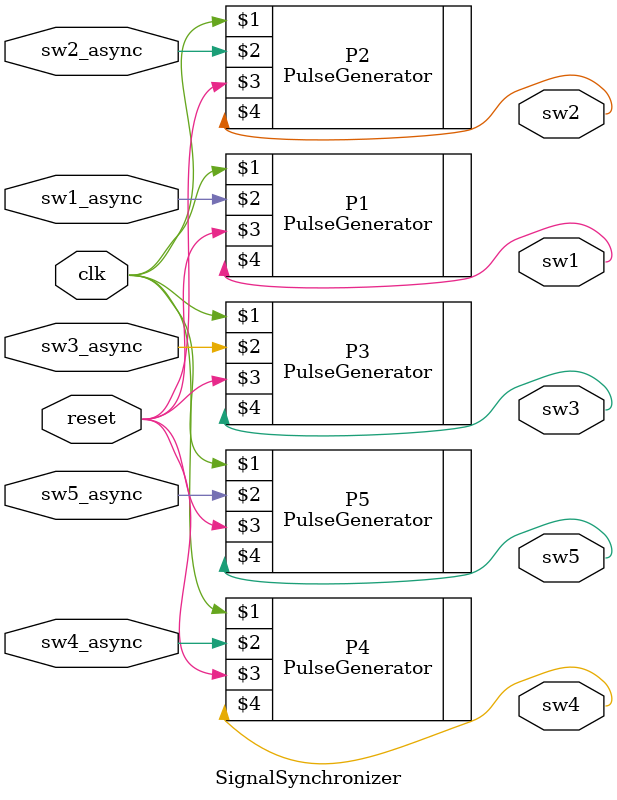
<source format=v>
`timescale 1ns / 1ps
module SignalSynchronizer(
  input clk,
  input sw1_async, 
  input sw2_async, 
  input sw3_async, 
  input sw4_async, 
  input sw5_async, 
  input reset,
  output sw1,
  output sw2,
  output sw3,
  output sw4,
  output sw5
);

PulseGenerator P1(clk, sw1_async, reset, sw1);
PulseGenerator P2(clk, sw2_async, reset, sw2);
PulseGenerator P3(clk, sw3_async, reset, sw3);
PulseGenerator P4(clk, sw4_async, reset, sw4);
PulseGenerator P5(clk, sw5_async, reset, sw5);

endmodule

</source>
